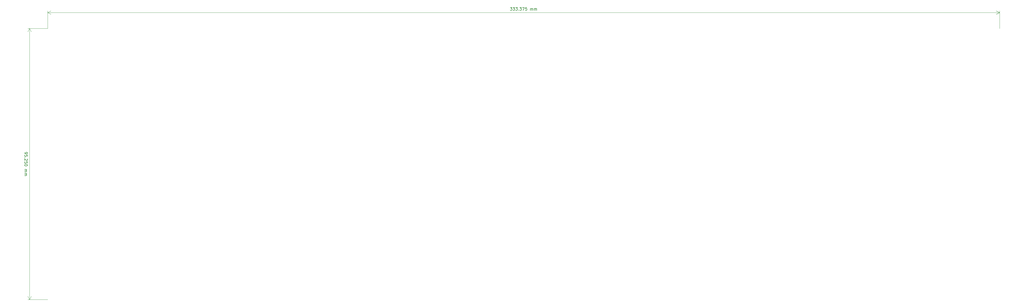
<source format=gto>
G04 #@! TF.GenerationSoftware,KiCad,Pcbnew,(5.1.5)-3*
G04 #@! TF.CreationDate,2020-04-29T22:23:23+10:00*
G04 #@! TF.ProjectId,rei_pcb,7265695f-7063-4622-9e6b-696361645f70,rev?*
G04 #@! TF.SameCoordinates,Original*
G04 #@! TF.FileFunction,Legend,Top*
G04 #@! TF.FilePolarity,Positive*
%FSLAX46Y46*%
G04 Gerber Fmt 4.6, Leading zero omitted, Abs format (unit mm)*
G04 Created by KiCad (PCBNEW (5.1.5)-3) date 2020-04-29 22:23:23*
%MOMM*%
%LPD*%
G04 APERTURE LIST*
%ADD10C,0.150000*%
%ADD11C,0.120000*%
G04 APERTURE END LIST*
D10*
X185833333Y-24376130D02*
X186452380Y-24376130D01*
X186119047Y-24757083D01*
X186261904Y-24757083D01*
X186357142Y-24804702D01*
X186404761Y-24852321D01*
X186452380Y-24947559D01*
X186452380Y-25185654D01*
X186404761Y-25280892D01*
X186357142Y-25328511D01*
X186261904Y-25376130D01*
X185976190Y-25376130D01*
X185880952Y-25328511D01*
X185833333Y-25280892D01*
X186785714Y-24376130D02*
X187404761Y-24376130D01*
X187071428Y-24757083D01*
X187214285Y-24757083D01*
X187309523Y-24804702D01*
X187357142Y-24852321D01*
X187404761Y-24947559D01*
X187404761Y-25185654D01*
X187357142Y-25280892D01*
X187309523Y-25328511D01*
X187214285Y-25376130D01*
X186928571Y-25376130D01*
X186833333Y-25328511D01*
X186785714Y-25280892D01*
X187738095Y-24376130D02*
X188357142Y-24376130D01*
X188023809Y-24757083D01*
X188166666Y-24757083D01*
X188261904Y-24804702D01*
X188309523Y-24852321D01*
X188357142Y-24947559D01*
X188357142Y-25185654D01*
X188309523Y-25280892D01*
X188261904Y-25328511D01*
X188166666Y-25376130D01*
X187880952Y-25376130D01*
X187785714Y-25328511D01*
X187738095Y-25280892D01*
X188785714Y-25280892D02*
X188833333Y-25328511D01*
X188785714Y-25376130D01*
X188738095Y-25328511D01*
X188785714Y-25280892D01*
X188785714Y-25376130D01*
X189166666Y-24376130D02*
X189785714Y-24376130D01*
X189452380Y-24757083D01*
X189595238Y-24757083D01*
X189690476Y-24804702D01*
X189738095Y-24852321D01*
X189785714Y-24947559D01*
X189785714Y-25185654D01*
X189738095Y-25280892D01*
X189690476Y-25328511D01*
X189595238Y-25376130D01*
X189309523Y-25376130D01*
X189214285Y-25328511D01*
X189166666Y-25280892D01*
X190119047Y-24376130D02*
X190785714Y-24376130D01*
X190357142Y-25376130D01*
X191642857Y-24376130D02*
X191166666Y-24376130D01*
X191119047Y-24852321D01*
X191166666Y-24804702D01*
X191261904Y-24757083D01*
X191500000Y-24757083D01*
X191595238Y-24804702D01*
X191642857Y-24852321D01*
X191690476Y-24947559D01*
X191690476Y-25185654D01*
X191642857Y-25280892D01*
X191595238Y-25328511D01*
X191500000Y-25376130D01*
X191261904Y-25376130D01*
X191166666Y-25328511D01*
X191119047Y-25280892D01*
X192880952Y-25376130D02*
X192880952Y-24709464D01*
X192880952Y-24804702D02*
X192928571Y-24757083D01*
X193023809Y-24709464D01*
X193166666Y-24709464D01*
X193261904Y-24757083D01*
X193309523Y-24852321D01*
X193309523Y-25376130D01*
X193309523Y-24852321D02*
X193357142Y-24757083D01*
X193452380Y-24709464D01*
X193595238Y-24709464D01*
X193690476Y-24757083D01*
X193738095Y-24852321D01*
X193738095Y-25376130D01*
X194214285Y-25376130D02*
X194214285Y-24709464D01*
X194214285Y-24804702D02*
X194261904Y-24757083D01*
X194357142Y-24709464D01*
X194500000Y-24709464D01*
X194595238Y-24757083D01*
X194642857Y-24852321D01*
X194642857Y-25376130D01*
X194642857Y-24852321D02*
X194690476Y-24757083D01*
X194785714Y-24709464D01*
X194928571Y-24709464D01*
X195023809Y-24757083D01*
X195071428Y-24852321D01*
X195071428Y-25376130D01*
D11*
X23812500Y-26193750D02*
X357187500Y-26193750D01*
X23812500Y-31750000D02*
X23812500Y-25607329D01*
X357187500Y-31750000D02*
X357187500Y-25607329D01*
X357187500Y-26193750D02*
X356060996Y-26780171D01*
X357187500Y-26193750D02*
X356060996Y-25607329D01*
X23812500Y-26193750D02*
X24939004Y-26780171D01*
X23812500Y-26193750D02*
X24939004Y-25607329D01*
D10*
X15740119Y-75327380D02*
X15740119Y-75517857D01*
X15787738Y-75613095D01*
X15835357Y-75660714D01*
X15978214Y-75755952D01*
X16168690Y-75803571D01*
X16549642Y-75803571D01*
X16644880Y-75755952D01*
X16692500Y-75708333D01*
X16740119Y-75613095D01*
X16740119Y-75422619D01*
X16692500Y-75327380D01*
X16644880Y-75279761D01*
X16549642Y-75232142D01*
X16311547Y-75232142D01*
X16216309Y-75279761D01*
X16168690Y-75327380D01*
X16121071Y-75422619D01*
X16121071Y-75613095D01*
X16168690Y-75708333D01*
X16216309Y-75755952D01*
X16311547Y-75803571D01*
X16740119Y-76708333D02*
X16740119Y-76232142D01*
X16263928Y-76184523D01*
X16311547Y-76232142D01*
X16359166Y-76327380D01*
X16359166Y-76565476D01*
X16311547Y-76660714D01*
X16263928Y-76708333D01*
X16168690Y-76755952D01*
X15930595Y-76755952D01*
X15835357Y-76708333D01*
X15787738Y-76660714D01*
X15740119Y-76565476D01*
X15740119Y-76327380D01*
X15787738Y-76232142D01*
X15835357Y-76184523D01*
X15835357Y-77184523D02*
X15787738Y-77232142D01*
X15740119Y-77184523D01*
X15787738Y-77136904D01*
X15835357Y-77184523D01*
X15740119Y-77184523D01*
X16644880Y-77613095D02*
X16692500Y-77660714D01*
X16740119Y-77755952D01*
X16740119Y-77994047D01*
X16692500Y-78089285D01*
X16644880Y-78136904D01*
X16549642Y-78184523D01*
X16454404Y-78184523D01*
X16311547Y-78136904D01*
X15740119Y-77565476D01*
X15740119Y-78184523D01*
X16740119Y-79089285D02*
X16740119Y-78613095D01*
X16263928Y-78565476D01*
X16311547Y-78613095D01*
X16359166Y-78708333D01*
X16359166Y-78946428D01*
X16311547Y-79041666D01*
X16263928Y-79089285D01*
X16168690Y-79136904D01*
X15930595Y-79136904D01*
X15835357Y-79089285D01*
X15787738Y-79041666D01*
X15740119Y-78946428D01*
X15740119Y-78708333D01*
X15787738Y-78613095D01*
X15835357Y-78565476D01*
X16740119Y-79755952D02*
X16740119Y-79851190D01*
X16692500Y-79946428D01*
X16644880Y-79994047D01*
X16549642Y-80041666D01*
X16359166Y-80089285D01*
X16121071Y-80089285D01*
X15930595Y-80041666D01*
X15835357Y-79994047D01*
X15787738Y-79946428D01*
X15740119Y-79851190D01*
X15740119Y-79755952D01*
X15787738Y-79660714D01*
X15835357Y-79613095D01*
X15930595Y-79565476D01*
X16121071Y-79517857D01*
X16359166Y-79517857D01*
X16549642Y-79565476D01*
X16644880Y-79613095D01*
X16692500Y-79660714D01*
X16740119Y-79755952D01*
X15740119Y-81279761D02*
X16406785Y-81279761D01*
X16311547Y-81279761D02*
X16359166Y-81327380D01*
X16406785Y-81422619D01*
X16406785Y-81565476D01*
X16359166Y-81660714D01*
X16263928Y-81708333D01*
X15740119Y-81708333D01*
X16263928Y-81708333D02*
X16359166Y-81755952D01*
X16406785Y-81851190D01*
X16406785Y-81994047D01*
X16359166Y-82089285D01*
X16263928Y-82136904D01*
X15740119Y-82136904D01*
X15740119Y-82613095D02*
X16406785Y-82613095D01*
X16311547Y-82613095D02*
X16359166Y-82660714D01*
X16406785Y-82755952D01*
X16406785Y-82898809D01*
X16359166Y-82994047D01*
X16263928Y-83041666D01*
X15740119Y-83041666D01*
X16263928Y-83041666D02*
X16359166Y-83089285D01*
X16406785Y-83184523D01*
X16406785Y-83327380D01*
X16359166Y-83422619D01*
X16263928Y-83470238D01*
X15740119Y-83470238D01*
D11*
X17462500Y-31750000D02*
X17462500Y-127000000D01*
X23812500Y-31750000D02*
X16876079Y-31750000D01*
X23812500Y-127000000D02*
X16876079Y-127000000D01*
X17462500Y-127000000D02*
X16876079Y-125873496D01*
X17462500Y-127000000D02*
X18048921Y-125873496D01*
X17462500Y-31750000D02*
X16876079Y-32876504D01*
X17462500Y-31750000D02*
X18048921Y-32876504D01*
M02*

</source>
